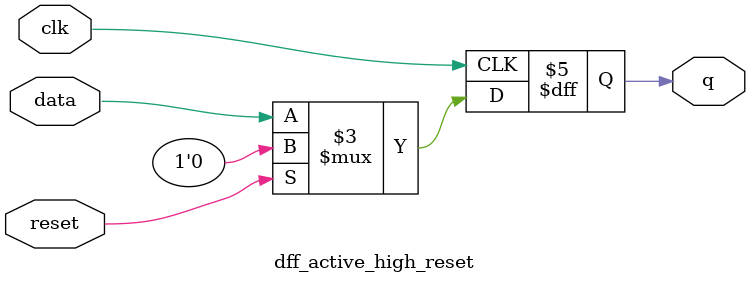
<source format=v>

module dff_active_high_reset (
    data,   // Data Input
    clk,    // Clock Input
    reset,  // Reset input (active-high)
    q       // Q output
);

//----------Input Ports---------------
input data, clk, reset;

//----------Output Ports---------------
output q;

//----------Internal Variables--------
reg q;

//----------Code Starts Here---------
always @ (posedge clk) begin
    if (reset) begin        // reset=1 iken aktif
        q <= 1'b0;         // çıkışı sıfırla
    end else begin         // reset=0 iken normal çalışma
        q <= data;
    end
end

endmodule

</source>
